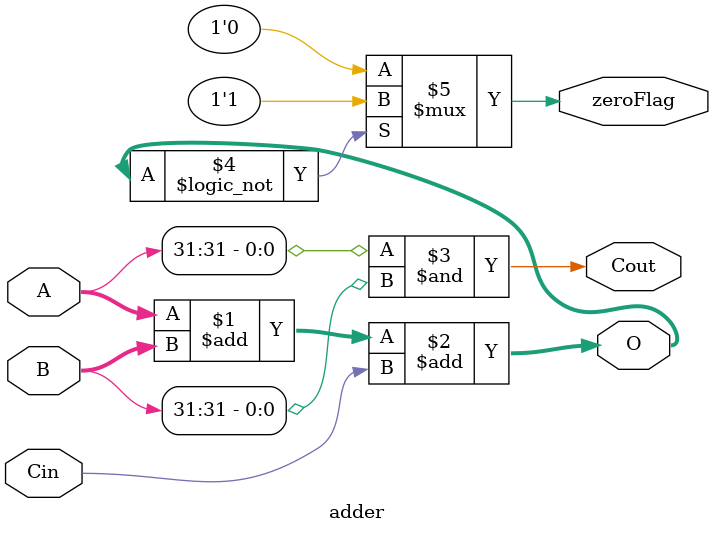
<source format=v>
module adder(output [31:0] O,
output zeroFlag,
output Cout,
input [31:0] A,
input Cin,
input [31:0] B);
//adding both i/ps and Carry in
assign O = A + B + Cin;
//to check for carry out
assign Cout = A[31] & B[31];
//to check for zero flag
assign zeroFlag = (O == 32'b0) ? 1'b1 : 1'b0;
endmodule

</source>
